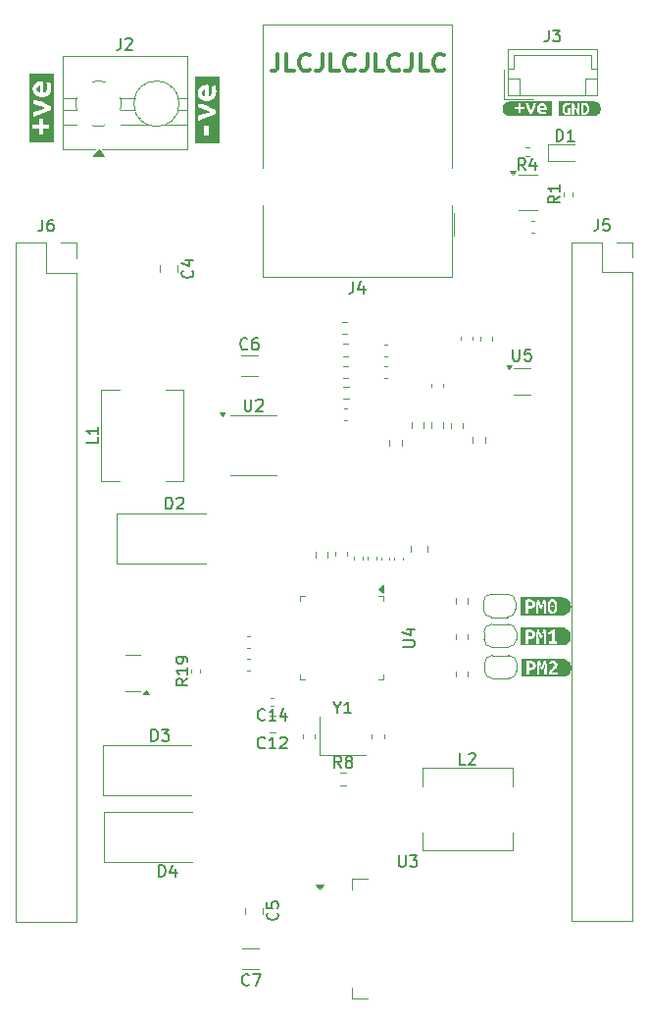
<source format=gbr>
%TF.GenerationSoftware,KiCad,Pcbnew,8.0.8*%
%TF.CreationDate,2025-03-18T13:34:47+03:00*%
%TF.ProjectId,s0-base-board,73302d62-6173-4652-9d62-6f6172642e6b,rev?*%
%TF.SameCoordinates,Original*%
%TF.FileFunction,Legend,Top*%
%TF.FilePolarity,Positive*%
%FSLAX46Y46*%
G04 Gerber Fmt 4.6, Leading zero omitted, Abs format (unit mm)*
G04 Created by KiCad (PCBNEW 8.0.8) date 2025-03-18 13:34:47*
%MOMM*%
%LPD*%
G01*
G04 APERTURE LIST*
%ADD10C,0.300000*%
%ADD11C,0.150000*%
%ADD12C,0.120000*%
%ADD13C,0.000000*%
G04 APERTURE END LIST*
D10*
X181533082Y-44990828D02*
X181533082Y-46062257D01*
X181533082Y-46062257D02*
X181461653Y-46276542D01*
X181461653Y-46276542D02*
X181318796Y-46419400D01*
X181318796Y-46419400D02*
X181104510Y-46490828D01*
X181104510Y-46490828D02*
X180961653Y-46490828D01*
X182961653Y-46490828D02*
X182247367Y-46490828D01*
X182247367Y-46490828D02*
X182247367Y-44990828D01*
X184318796Y-46347971D02*
X184247368Y-46419400D01*
X184247368Y-46419400D02*
X184033082Y-46490828D01*
X184033082Y-46490828D02*
X183890225Y-46490828D01*
X183890225Y-46490828D02*
X183675939Y-46419400D01*
X183675939Y-46419400D02*
X183533082Y-46276542D01*
X183533082Y-46276542D02*
X183461653Y-46133685D01*
X183461653Y-46133685D02*
X183390225Y-45847971D01*
X183390225Y-45847971D02*
X183390225Y-45633685D01*
X183390225Y-45633685D02*
X183461653Y-45347971D01*
X183461653Y-45347971D02*
X183533082Y-45205114D01*
X183533082Y-45205114D02*
X183675939Y-45062257D01*
X183675939Y-45062257D02*
X183890225Y-44990828D01*
X183890225Y-44990828D02*
X184033082Y-44990828D01*
X184033082Y-44990828D02*
X184247368Y-45062257D01*
X184247368Y-45062257D02*
X184318796Y-45133685D01*
X185390225Y-44990828D02*
X185390225Y-46062257D01*
X185390225Y-46062257D02*
X185318796Y-46276542D01*
X185318796Y-46276542D02*
X185175939Y-46419400D01*
X185175939Y-46419400D02*
X184961653Y-46490828D01*
X184961653Y-46490828D02*
X184818796Y-46490828D01*
X186818796Y-46490828D02*
X186104510Y-46490828D01*
X186104510Y-46490828D02*
X186104510Y-44990828D01*
X188175939Y-46347971D02*
X188104511Y-46419400D01*
X188104511Y-46419400D02*
X187890225Y-46490828D01*
X187890225Y-46490828D02*
X187747368Y-46490828D01*
X187747368Y-46490828D02*
X187533082Y-46419400D01*
X187533082Y-46419400D02*
X187390225Y-46276542D01*
X187390225Y-46276542D02*
X187318796Y-46133685D01*
X187318796Y-46133685D02*
X187247368Y-45847971D01*
X187247368Y-45847971D02*
X187247368Y-45633685D01*
X187247368Y-45633685D02*
X187318796Y-45347971D01*
X187318796Y-45347971D02*
X187390225Y-45205114D01*
X187390225Y-45205114D02*
X187533082Y-45062257D01*
X187533082Y-45062257D02*
X187747368Y-44990828D01*
X187747368Y-44990828D02*
X187890225Y-44990828D01*
X187890225Y-44990828D02*
X188104511Y-45062257D01*
X188104511Y-45062257D02*
X188175939Y-45133685D01*
X189247368Y-44990828D02*
X189247368Y-46062257D01*
X189247368Y-46062257D02*
X189175939Y-46276542D01*
X189175939Y-46276542D02*
X189033082Y-46419400D01*
X189033082Y-46419400D02*
X188818796Y-46490828D01*
X188818796Y-46490828D02*
X188675939Y-46490828D01*
X190675939Y-46490828D02*
X189961653Y-46490828D01*
X189961653Y-46490828D02*
X189961653Y-44990828D01*
X192033082Y-46347971D02*
X191961654Y-46419400D01*
X191961654Y-46419400D02*
X191747368Y-46490828D01*
X191747368Y-46490828D02*
X191604511Y-46490828D01*
X191604511Y-46490828D02*
X191390225Y-46419400D01*
X191390225Y-46419400D02*
X191247368Y-46276542D01*
X191247368Y-46276542D02*
X191175939Y-46133685D01*
X191175939Y-46133685D02*
X191104511Y-45847971D01*
X191104511Y-45847971D02*
X191104511Y-45633685D01*
X191104511Y-45633685D02*
X191175939Y-45347971D01*
X191175939Y-45347971D02*
X191247368Y-45205114D01*
X191247368Y-45205114D02*
X191390225Y-45062257D01*
X191390225Y-45062257D02*
X191604511Y-44990828D01*
X191604511Y-44990828D02*
X191747368Y-44990828D01*
X191747368Y-44990828D02*
X191961654Y-45062257D01*
X191961654Y-45062257D02*
X192033082Y-45133685D01*
X193104511Y-44990828D02*
X193104511Y-46062257D01*
X193104511Y-46062257D02*
X193033082Y-46276542D01*
X193033082Y-46276542D02*
X192890225Y-46419400D01*
X192890225Y-46419400D02*
X192675939Y-46490828D01*
X192675939Y-46490828D02*
X192533082Y-46490828D01*
X194533082Y-46490828D02*
X193818796Y-46490828D01*
X193818796Y-46490828D02*
X193818796Y-44990828D01*
X195890225Y-46347971D02*
X195818797Y-46419400D01*
X195818797Y-46419400D02*
X195604511Y-46490828D01*
X195604511Y-46490828D02*
X195461654Y-46490828D01*
X195461654Y-46490828D02*
X195247368Y-46419400D01*
X195247368Y-46419400D02*
X195104511Y-46276542D01*
X195104511Y-46276542D02*
X195033082Y-46133685D01*
X195033082Y-46133685D02*
X194961654Y-45847971D01*
X194961654Y-45847971D02*
X194961654Y-45633685D01*
X194961654Y-45633685D02*
X195033082Y-45347971D01*
X195033082Y-45347971D02*
X195104511Y-45205114D01*
X195104511Y-45205114D02*
X195247368Y-45062257D01*
X195247368Y-45062257D02*
X195461654Y-44990828D01*
X195461654Y-44990828D02*
X195604511Y-44990828D01*
X195604511Y-44990828D02*
X195818797Y-45062257D01*
X195818797Y-45062257D02*
X195890225Y-45133685D01*
D11*
X197733333Y-106304819D02*
X197257143Y-106304819D01*
X197257143Y-106304819D02*
X197257143Y-105304819D01*
X198019048Y-105400057D02*
X198066667Y-105352438D01*
X198066667Y-105352438D02*
X198161905Y-105304819D01*
X198161905Y-105304819D02*
X198400000Y-105304819D01*
X198400000Y-105304819D02*
X198495238Y-105352438D01*
X198495238Y-105352438D02*
X198542857Y-105400057D01*
X198542857Y-105400057D02*
X198590476Y-105495295D01*
X198590476Y-105495295D02*
X198590476Y-105590533D01*
X198590476Y-105590533D02*
X198542857Y-105733390D01*
X198542857Y-105733390D02*
X197971429Y-106304819D01*
X197971429Y-106304819D02*
X198590476Y-106304819D01*
X178908333Y-70409580D02*
X178860714Y-70457200D01*
X178860714Y-70457200D02*
X178717857Y-70504819D01*
X178717857Y-70504819D02*
X178622619Y-70504819D01*
X178622619Y-70504819D02*
X178479762Y-70457200D01*
X178479762Y-70457200D02*
X178384524Y-70361961D01*
X178384524Y-70361961D02*
X178336905Y-70266723D01*
X178336905Y-70266723D02*
X178289286Y-70076247D01*
X178289286Y-70076247D02*
X178289286Y-69933390D01*
X178289286Y-69933390D02*
X178336905Y-69742914D01*
X178336905Y-69742914D02*
X178384524Y-69647676D01*
X178384524Y-69647676D02*
X178479762Y-69552438D01*
X178479762Y-69552438D02*
X178622619Y-69504819D01*
X178622619Y-69504819D02*
X178717857Y-69504819D01*
X178717857Y-69504819D02*
X178860714Y-69552438D01*
X178860714Y-69552438D02*
X178908333Y-69600057D01*
X179765476Y-69504819D02*
X179575000Y-69504819D01*
X179575000Y-69504819D02*
X179479762Y-69552438D01*
X179479762Y-69552438D02*
X179432143Y-69600057D01*
X179432143Y-69600057D02*
X179336905Y-69742914D01*
X179336905Y-69742914D02*
X179289286Y-69933390D01*
X179289286Y-69933390D02*
X179289286Y-70314342D01*
X179289286Y-70314342D02*
X179336905Y-70409580D01*
X179336905Y-70409580D02*
X179384524Y-70457200D01*
X179384524Y-70457200D02*
X179479762Y-70504819D01*
X179479762Y-70504819D02*
X179670238Y-70504819D01*
X179670238Y-70504819D02*
X179765476Y-70457200D01*
X179765476Y-70457200D02*
X179813095Y-70409580D01*
X179813095Y-70409580D02*
X179860714Y-70314342D01*
X179860714Y-70314342D02*
X179860714Y-70076247D01*
X179860714Y-70076247D02*
X179813095Y-69981009D01*
X179813095Y-69981009D02*
X179765476Y-69933390D01*
X179765476Y-69933390D02*
X179670238Y-69885771D01*
X179670238Y-69885771D02*
X179479762Y-69885771D01*
X179479762Y-69885771D02*
X179384524Y-69933390D01*
X179384524Y-69933390D02*
X179336905Y-69981009D01*
X179336905Y-69981009D02*
X179289286Y-70076247D01*
X171861905Y-84254819D02*
X171861905Y-83254819D01*
X171861905Y-83254819D02*
X172100000Y-83254819D01*
X172100000Y-83254819D02*
X172242857Y-83302438D01*
X172242857Y-83302438D02*
X172338095Y-83397676D01*
X172338095Y-83397676D02*
X172385714Y-83492914D01*
X172385714Y-83492914D02*
X172433333Y-83683390D01*
X172433333Y-83683390D02*
X172433333Y-83826247D01*
X172433333Y-83826247D02*
X172385714Y-84016723D01*
X172385714Y-84016723D02*
X172338095Y-84111961D01*
X172338095Y-84111961D02*
X172242857Y-84207200D01*
X172242857Y-84207200D02*
X172100000Y-84254819D01*
X172100000Y-84254819D02*
X171861905Y-84254819D01*
X172814286Y-83350057D02*
X172861905Y-83302438D01*
X172861905Y-83302438D02*
X172957143Y-83254819D01*
X172957143Y-83254819D02*
X173195238Y-83254819D01*
X173195238Y-83254819D02*
X173290476Y-83302438D01*
X173290476Y-83302438D02*
X173338095Y-83350057D01*
X173338095Y-83350057D02*
X173385714Y-83445295D01*
X173385714Y-83445295D02*
X173385714Y-83540533D01*
X173385714Y-83540533D02*
X173338095Y-83683390D01*
X173338095Y-83683390D02*
X172766667Y-84254819D01*
X172766667Y-84254819D02*
X173385714Y-84254819D01*
X209196666Y-59244819D02*
X209196666Y-59959104D01*
X209196666Y-59959104D02*
X209149047Y-60101961D01*
X209149047Y-60101961D02*
X209053809Y-60197200D01*
X209053809Y-60197200D02*
X208910952Y-60244819D01*
X208910952Y-60244819D02*
X208815714Y-60244819D01*
X210149047Y-59244819D02*
X209672857Y-59244819D01*
X209672857Y-59244819D02*
X209625238Y-59721009D01*
X209625238Y-59721009D02*
X209672857Y-59673390D01*
X209672857Y-59673390D02*
X209768095Y-59625771D01*
X209768095Y-59625771D02*
X210006190Y-59625771D01*
X210006190Y-59625771D02*
X210101428Y-59673390D01*
X210101428Y-59673390D02*
X210149047Y-59721009D01*
X210149047Y-59721009D02*
X210196666Y-59816247D01*
X210196666Y-59816247D02*
X210196666Y-60054342D01*
X210196666Y-60054342D02*
X210149047Y-60149580D01*
X210149047Y-60149580D02*
X210101428Y-60197200D01*
X210101428Y-60197200D02*
X210006190Y-60244819D01*
X210006190Y-60244819D02*
X209768095Y-60244819D01*
X209768095Y-60244819D02*
X209672857Y-60197200D01*
X209672857Y-60197200D02*
X209625238Y-60149580D01*
X186673809Y-101378628D02*
X186673809Y-101854819D01*
X186340476Y-100854819D02*
X186673809Y-101378628D01*
X186673809Y-101378628D02*
X187007142Y-100854819D01*
X187864285Y-101854819D02*
X187292857Y-101854819D01*
X187578571Y-101854819D02*
X187578571Y-100854819D01*
X187578571Y-100854819D02*
X187483333Y-100997676D01*
X187483333Y-100997676D02*
X187388095Y-101092914D01*
X187388095Y-101092914D02*
X187292857Y-101140533D01*
X166004819Y-78066666D02*
X166004819Y-78542856D01*
X166004819Y-78542856D02*
X165004819Y-78542856D01*
X166004819Y-77209523D02*
X166004819Y-77780951D01*
X166004819Y-77495237D02*
X165004819Y-77495237D01*
X165004819Y-77495237D02*
X165147676Y-77590475D01*
X165147676Y-77590475D02*
X165242914Y-77685713D01*
X165242914Y-77685713D02*
X165290533Y-77780951D01*
X192329819Y-96136904D02*
X193139342Y-96136904D01*
X193139342Y-96136904D02*
X193234580Y-96089285D01*
X193234580Y-96089285D02*
X193282200Y-96041666D01*
X193282200Y-96041666D02*
X193329819Y-95946428D01*
X193329819Y-95946428D02*
X193329819Y-95755952D01*
X193329819Y-95755952D02*
X193282200Y-95660714D01*
X193282200Y-95660714D02*
X193234580Y-95613095D01*
X193234580Y-95613095D02*
X193139342Y-95565476D01*
X193139342Y-95565476D02*
X192329819Y-95565476D01*
X192663152Y-94660714D02*
X193329819Y-94660714D01*
X192282200Y-94898809D02*
X192996485Y-95136904D01*
X192996485Y-95136904D02*
X192996485Y-94517857D01*
X204916666Y-42954819D02*
X204916666Y-43669104D01*
X204916666Y-43669104D02*
X204869047Y-43811961D01*
X204869047Y-43811961D02*
X204773809Y-43907200D01*
X204773809Y-43907200D02*
X204630952Y-43954819D01*
X204630952Y-43954819D02*
X204535714Y-43954819D01*
X205297619Y-42954819D02*
X205916666Y-42954819D01*
X205916666Y-42954819D02*
X205583333Y-43335771D01*
X205583333Y-43335771D02*
X205726190Y-43335771D01*
X205726190Y-43335771D02*
X205821428Y-43383390D01*
X205821428Y-43383390D02*
X205869047Y-43431009D01*
X205869047Y-43431009D02*
X205916666Y-43526247D01*
X205916666Y-43526247D02*
X205916666Y-43764342D01*
X205916666Y-43764342D02*
X205869047Y-43859580D01*
X205869047Y-43859580D02*
X205821428Y-43907200D01*
X205821428Y-43907200D02*
X205726190Y-43954819D01*
X205726190Y-43954819D02*
X205440476Y-43954819D01*
X205440476Y-43954819D02*
X205345238Y-43907200D01*
X205345238Y-43907200D02*
X205297619Y-43859580D01*
X191988095Y-114104819D02*
X191988095Y-114914342D01*
X191988095Y-114914342D02*
X192035714Y-115009580D01*
X192035714Y-115009580D02*
X192083333Y-115057200D01*
X192083333Y-115057200D02*
X192178571Y-115104819D01*
X192178571Y-115104819D02*
X192369047Y-115104819D01*
X192369047Y-115104819D02*
X192464285Y-115057200D01*
X192464285Y-115057200D02*
X192511904Y-115009580D01*
X192511904Y-115009580D02*
X192559523Y-114914342D01*
X192559523Y-114914342D02*
X192559523Y-114104819D01*
X192940476Y-114104819D02*
X193559523Y-114104819D01*
X193559523Y-114104819D02*
X193226190Y-114485771D01*
X193226190Y-114485771D02*
X193369047Y-114485771D01*
X193369047Y-114485771D02*
X193464285Y-114533390D01*
X193464285Y-114533390D02*
X193511904Y-114581009D01*
X193511904Y-114581009D02*
X193559523Y-114676247D01*
X193559523Y-114676247D02*
X193559523Y-114914342D01*
X193559523Y-114914342D02*
X193511904Y-115009580D01*
X193511904Y-115009580D02*
X193464285Y-115057200D01*
X193464285Y-115057200D02*
X193369047Y-115104819D01*
X193369047Y-115104819D02*
X193083333Y-115104819D01*
X193083333Y-115104819D02*
X192988095Y-115057200D01*
X192988095Y-115057200D02*
X192940476Y-115009580D01*
X180407142Y-104814580D02*
X180359523Y-104862200D01*
X180359523Y-104862200D02*
X180216666Y-104909819D01*
X180216666Y-104909819D02*
X180121428Y-104909819D01*
X180121428Y-104909819D02*
X179978571Y-104862200D01*
X179978571Y-104862200D02*
X179883333Y-104766961D01*
X179883333Y-104766961D02*
X179835714Y-104671723D01*
X179835714Y-104671723D02*
X179788095Y-104481247D01*
X179788095Y-104481247D02*
X179788095Y-104338390D01*
X179788095Y-104338390D02*
X179835714Y-104147914D01*
X179835714Y-104147914D02*
X179883333Y-104052676D01*
X179883333Y-104052676D02*
X179978571Y-103957438D01*
X179978571Y-103957438D02*
X180121428Y-103909819D01*
X180121428Y-103909819D02*
X180216666Y-103909819D01*
X180216666Y-103909819D02*
X180359523Y-103957438D01*
X180359523Y-103957438D02*
X180407142Y-104005057D01*
X181359523Y-104909819D02*
X180788095Y-104909819D01*
X181073809Y-104909819D02*
X181073809Y-103909819D01*
X181073809Y-103909819D02*
X180978571Y-104052676D01*
X180978571Y-104052676D02*
X180883333Y-104147914D01*
X180883333Y-104147914D02*
X180788095Y-104195533D01*
X181740476Y-104005057D02*
X181788095Y-103957438D01*
X181788095Y-103957438D02*
X181883333Y-103909819D01*
X181883333Y-103909819D02*
X182121428Y-103909819D01*
X182121428Y-103909819D02*
X182216666Y-103957438D01*
X182216666Y-103957438D02*
X182264285Y-104005057D01*
X182264285Y-104005057D02*
X182311904Y-104100295D01*
X182311904Y-104100295D02*
X182311904Y-104195533D01*
X182311904Y-104195533D02*
X182264285Y-104338390D01*
X182264285Y-104338390D02*
X181692857Y-104909819D01*
X181692857Y-104909819D02*
X182311904Y-104909819D01*
X202908333Y-55024819D02*
X202575000Y-54548628D01*
X202336905Y-55024819D02*
X202336905Y-54024819D01*
X202336905Y-54024819D02*
X202717857Y-54024819D01*
X202717857Y-54024819D02*
X202813095Y-54072438D01*
X202813095Y-54072438D02*
X202860714Y-54120057D01*
X202860714Y-54120057D02*
X202908333Y-54215295D01*
X202908333Y-54215295D02*
X202908333Y-54358152D01*
X202908333Y-54358152D02*
X202860714Y-54453390D01*
X202860714Y-54453390D02*
X202813095Y-54501009D01*
X202813095Y-54501009D02*
X202717857Y-54548628D01*
X202717857Y-54548628D02*
X202336905Y-54548628D01*
X203765476Y-54358152D02*
X203765476Y-55024819D01*
X203527381Y-53977200D02*
X203289286Y-54691485D01*
X203289286Y-54691485D02*
X203908333Y-54691485D01*
X161196666Y-59294819D02*
X161196666Y-60009104D01*
X161196666Y-60009104D02*
X161149047Y-60151961D01*
X161149047Y-60151961D02*
X161053809Y-60247200D01*
X161053809Y-60247200D02*
X160910952Y-60294819D01*
X160910952Y-60294819D02*
X160815714Y-60294819D01*
X162101428Y-59294819D02*
X161910952Y-59294819D01*
X161910952Y-59294819D02*
X161815714Y-59342438D01*
X161815714Y-59342438D02*
X161768095Y-59390057D01*
X161768095Y-59390057D02*
X161672857Y-59532914D01*
X161672857Y-59532914D02*
X161625238Y-59723390D01*
X161625238Y-59723390D02*
X161625238Y-60104342D01*
X161625238Y-60104342D02*
X161672857Y-60199580D01*
X161672857Y-60199580D02*
X161720476Y-60247200D01*
X161720476Y-60247200D02*
X161815714Y-60294819D01*
X161815714Y-60294819D02*
X162006190Y-60294819D01*
X162006190Y-60294819D02*
X162101428Y-60247200D01*
X162101428Y-60247200D02*
X162149047Y-60199580D01*
X162149047Y-60199580D02*
X162196666Y-60104342D01*
X162196666Y-60104342D02*
X162196666Y-59866247D01*
X162196666Y-59866247D02*
X162149047Y-59771009D01*
X162149047Y-59771009D02*
X162101428Y-59723390D01*
X162101428Y-59723390D02*
X162006190Y-59675771D01*
X162006190Y-59675771D02*
X161815714Y-59675771D01*
X161815714Y-59675771D02*
X161720476Y-59723390D01*
X161720476Y-59723390D02*
X161672857Y-59771009D01*
X161672857Y-59771009D02*
X161625238Y-59866247D01*
X181489580Y-119066666D02*
X181537200Y-119114285D01*
X181537200Y-119114285D02*
X181584819Y-119257142D01*
X181584819Y-119257142D02*
X181584819Y-119352380D01*
X181584819Y-119352380D02*
X181537200Y-119495237D01*
X181537200Y-119495237D02*
X181441961Y-119590475D01*
X181441961Y-119590475D02*
X181346723Y-119638094D01*
X181346723Y-119638094D02*
X181156247Y-119685713D01*
X181156247Y-119685713D02*
X181013390Y-119685713D01*
X181013390Y-119685713D02*
X180822914Y-119638094D01*
X180822914Y-119638094D02*
X180727676Y-119590475D01*
X180727676Y-119590475D02*
X180632438Y-119495237D01*
X180632438Y-119495237D02*
X180584819Y-119352380D01*
X180584819Y-119352380D02*
X180584819Y-119257142D01*
X180584819Y-119257142D02*
X180632438Y-119114285D01*
X180632438Y-119114285D02*
X180680057Y-119066666D01*
X180584819Y-118161904D02*
X180584819Y-118638094D01*
X180584819Y-118638094D02*
X181061009Y-118685713D01*
X181061009Y-118685713D02*
X181013390Y-118638094D01*
X181013390Y-118638094D02*
X180965771Y-118542856D01*
X180965771Y-118542856D02*
X180965771Y-118304761D01*
X180965771Y-118304761D02*
X181013390Y-118209523D01*
X181013390Y-118209523D02*
X181061009Y-118161904D01*
X181061009Y-118161904D02*
X181156247Y-118114285D01*
X181156247Y-118114285D02*
X181394342Y-118114285D01*
X181394342Y-118114285D02*
X181489580Y-118161904D01*
X181489580Y-118161904D02*
X181537200Y-118209523D01*
X181537200Y-118209523D02*
X181584819Y-118304761D01*
X181584819Y-118304761D02*
X181584819Y-118542856D01*
X181584819Y-118542856D02*
X181537200Y-118638094D01*
X181537200Y-118638094D02*
X181489580Y-118685713D01*
X178663095Y-74799819D02*
X178663095Y-75609342D01*
X178663095Y-75609342D02*
X178710714Y-75704580D01*
X178710714Y-75704580D02*
X178758333Y-75752200D01*
X178758333Y-75752200D02*
X178853571Y-75799819D01*
X178853571Y-75799819D02*
X179044047Y-75799819D01*
X179044047Y-75799819D02*
X179139285Y-75752200D01*
X179139285Y-75752200D02*
X179186904Y-75704580D01*
X179186904Y-75704580D02*
X179234523Y-75609342D01*
X179234523Y-75609342D02*
X179234523Y-74799819D01*
X179663095Y-74895057D02*
X179710714Y-74847438D01*
X179710714Y-74847438D02*
X179805952Y-74799819D01*
X179805952Y-74799819D02*
X180044047Y-74799819D01*
X180044047Y-74799819D02*
X180139285Y-74847438D01*
X180139285Y-74847438D02*
X180186904Y-74895057D01*
X180186904Y-74895057D02*
X180234523Y-74990295D01*
X180234523Y-74990295D02*
X180234523Y-75085533D01*
X180234523Y-75085533D02*
X180186904Y-75228390D01*
X180186904Y-75228390D02*
X179615476Y-75799819D01*
X179615476Y-75799819D02*
X180234523Y-75799819D01*
X188041666Y-64654819D02*
X188041666Y-65369104D01*
X188041666Y-65369104D02*
X187994047Y-65511961D01*
X187994047Y-65511961D02*
X187898809Y-65607200D01*
X187898809Y-65607200D02*
X187755952Y-65654819D01*
X187755952Y-65654819D02*
X187660714Y-65654819D01*
X188946428Y-64988152D02*
X188946428Y-65654819D01*
X188708333Y-64607200D02*
X188470238Y-65321485D01*
X188470238Y-65321485D02*
X189089285Y-65321485D01*
X179033333Y-125259580D02*
X178985714Y-125307200D01*
X178985714Y-125307200D02*
X178842857Y-125354819D01*
X178842857Y-125354819D02*
X178747619Y-125354819D01*
X178747619Y-125354819D02*
X178604762Y-125307200D01*
X178604762Y-125307200D02*
X178509524Y-125211961D01*
X178509524Y-125211961D02*
X178461905Y-125116723D01*
X178461905Y-125116723D02*
X178414286Y-124926247D01*
X178414286Y-124926247D02*
X178414286Y-124783390D01*
X178414286Y-124783390D02*
X178461905Y-124592914D01*
X178461905Y-124592914D02*
X178509524Y-124497676D01*
X178509524Y-124497676D02*
X178604762Y-124402438D01*
X178604762Y-124402438D02*
X178747619Y-124354819D01*
X178747619Y-124354819D02*
X178842857Y-124354819D01*
X178842857Y-124354819D02*
X178985714Y-124402438D01*
X178985714Y-124402438D02*
X179033333Y-124450057D01*
X179366667Y-124354819D02*
X180033333Y-124354819D01*
X180033333Y-124354819D02*
X179604762Y-125354819D01*
X171261905Y-115954819D02*
X171261905Y-114954819D01*
X171261905Y-114954819D02*
X171500000Y-114954819D01*
X171500000Y-114954819D02*
X171642857Y-115002438D01*
X171642857Y-115002438D02*
X171738095Y-115097676D01*
X171738095Y-115097676D02*
X171785714Y-115192914D01*
X171785714Y-115192914D02*
X171833333Y-115383390D01*
X171833333Y-115383390D02*
X171833333Y-115526247D01*
X171833333Y-115526247D02*
X171785714Y-115716723D01*
X171785714Y-115716723D02*
X171738095Y-115811961D01*
X171738095Y-115811961D02*
X171642857Y-115907200D01*
X171642857Y-115907200D02*
X171500000Y-115954819D01*
X171500000Y-115954819D02*
X171261905Y-115954819D01*
X172690476Y-115288152D02*
X172690476Y-115954819D01*
X172452381Y-114907200D02*
X172214286Y-115621485D01*
X172214286Y-115621485D02*
X172833333Y-115621485D01*
X180407142Y-102394580D02*
X180359523Y-102442200D01*
X180359523Y-102442200D02*
X180216666Y-102489819D01*
X180216666Y-102489819D02*
X180121428Y-102489819D01*
X180121428Y-102489819D02*
X179978571Y-102442200D01*
X179978571Y-102442200D02*
X179883333Y-102346961D01*
X179883333Y-102346961D02*
X179835714Y-102251723D01*
X179835714Y-102251723D02*
X179788095Y-102061247D01*
X179788095Y-102061247D02*
X179788095Y-101918390D01*
X179788095Y-101918390D02*
X179835714Y-101727914D01*
X179835714Y-101727914D02*
X179883333Y-101632676D01*
X179883333Y-101632676D02*
X179978571Y-101537438D01*
X179978571Y-101537438D02*
X180121428Y-101489819D01*
X180121428Y-101489819D02*
X180216666Y-101489819D01*
X180216666Y-101489819D02*
X180359523Y-101537438D01*
X180359523Y-101537438D02*
X180407142Y-101585057D01*
X181359523Y-102489819D02*
X180788095Y-102489819D01*
X181073809Y-102489819D02*
X181073809Y-101489819D01*
X181073809Y-101489819D02*
X180978571Y-101632676D01*
X180978571Y-101632676D02*
X180883333Y-101727914D01*
X180883333Y-101727914D02*
X180788095Y-101775533D01*
X182216666Y-101823152D02*
X182216666Y-102489819D01*
X181978571Y-101442200D02*
X181740476Y-102156485D01*
X181740476Y-102156485D02*
X182359523Y-102156485D01*
X173734819Y-98882857D02*
X173258628Y-99216190D01*
X173734819Y-99454285D02*
X172734819Y-99454285D01*
X172734819Y-99454285D02*
X172734819Y-99073333D01*
X172734819Y-99073333D02*
X172782438Y-98978095D01*
X172782438Y-98978095D02*
X172830057Y-98930476D01*
X172830057Y-98930476D02*
X172925295Y-98882857D01*
X172925295Y-98882857D02*
X173068152Y-98882857D01*
X173068152Y-98882857D02*
X173163390Y-98930476D01*
X173163390Y-98930476D02*
X173211009Y-98978095D01*
X173211009Y-98978095D02*
X173258628Y-99073333D01*
X173258628Y-99073333D02*
X173258628Y-99454285D01*
X173734819Y-97930476D02*
X173734819Y-98501904D01*
X173734819Y-98216190D02*
X172734819Y-98216190D01*
X172734819Y-98216190D02*
X172877676Y-98311428D01*
X172877676Y-98311428D02*
X172972914Y-98406666D01*
X172972914Y-98406666D02*
X173020533Y-98501904D01*
X173734819Y-97454285D02*
X173734819Y-97263809D01*
X173734819Y-97263809D02*
X173687200Y-97168571D01*
X173687200Y-97168571D02*
X173639580Y-97120952D01*
X173639580Y-97120952D02*
X173496723Y-97025714D01*
X173496723Y-97025714D02*
X173306247Y-96978095D01*
X173306247Y-96978095D02*
X172925295Y-96978095D01*
X172925295Y-96978095D02*
X172830057Y-97025714D01*
X172830057Y-97025714D02*
X172782438Y-97073333D01*
X172782438Y-97073333D02*
X172734819Y-97168571D01*
X172734819Y-97168571D02*
X172734819Y-97359047D01*
X172734819Y-97359047D02*
X172782438Y-97454285D01*
X172782438Y-97454285D02*
X172830057Y-97501904D01*
X172830057Y-97501904D02*
X172925295Y-97549523D01*
X172925295Y-97549523D02*
X173163390Y-97549523D01*
X173163390Y-97549523D02*
X173258628Y-97501904D01*
X173258628Y-97501904D02*
X173306247Y-97454285D01*
X173306247Y-97454285D02*
X173353866Y-97359047D01*
X173353866Y-97359047D02*
X173353866Y-97168571D01*
X173353866Y-97168571D02*
X173306247Y-97073333D01*
X173306247Y-97073333D02*
X173258628Y-97025714D01*
X173258628Y-97025714D02*
X173163390Y-96978095D01*
X170611905Y-104254819D02*
X170611905Y-103254819D01*
X170611905Y-103254819D02*
X170850000Y-103254819D01*
X170850000Y-103254819D02*
X170992857Y-103302438D01*
X170992857Y-103302438D02*
X171088095Y-103397676D01*
X171088095Y-103397676D02*
X171135714Y-103492914D01*
X171135714Y-103492914D02*
X171183333Y-103683390D01*
X171183333Y-103683390D02*
X171183333Y-103826247D01*
X171183333Y-103826247D02*
X171135714Y-104016723D01*
X171135714Y-104016723D02*
X171088095Y-104111961D01*
X171088095Y-104111961D02*
X170992857Y-104207200D01*
X170992857Y-104207200D02*
X170850000Y-104254819D01*
X170850000Y-104254819D02*
X170611905Y-104254819D01*
X171516667Y-103254819D02*
X172135714Y-103254819D01*
X172135714Y-103254819D02*
X171802381Y-103635771D01*
X171802381Y-103635771D02*
X171945238Y-103635771D01*
X171945238Y-103635771D02*
X172040476Y-103683390D01*
X172040476Y-103683390D02*
X172088095Y-103731009D01*
X172088095Y-103731009D02*
X172135714Y-103826247D01*
X172135714Y-103826247D02*
X172135714Y-104064342D01*
X172135714Y-104064342D02*
X172088095Y-104159580D01*
X172088095Y-104159580D02*
X172040476Y-104207200D01*
X172040476Y-104207200D02*
X171945238Y-104254819D01*
X171945238Y-104254819D02*
X171659524Y-104254819D01*
X171659524Y-104254819D02*
X171564286Y-104207200D01*
X171564286Y-104207200D02*
X171516667Y-104159580D01*
X201838095Y-70479819D02*
X201838095Y-71289342D01*
X201838095Y-71289342D02*
X201885714Y-71384580D01*
X201885714Y-71384580D02*
X201933333Y-71432200D01*
X201933333Y-71432200D02*
X202028571Y-71479819D01*
X202028571Y-71479819D02*
X202219047Y-71479819D01*
X202219047Y-71479819D02*
X202314285Y-71432200D01*
X202314285Y-71432200D02*
X202361904Y-71384580D01*
X202361904Y-71384580D02*
X202409523Y-71289342D01*
X202409523Y-71289342D02*
X202409523Y-70479819D01*
X203361904Y-70479819D02*
X202885714Y-70479819D01*
X202885714Y-70479819D02*
X202838095Y-70956009D01*
X202838095Y-70956009D02*
X202885714Y-70908390D01*
X202885714Y-70908390D02*
X202980952Y-70860771D01*
X202980952Y-70860771D02*
X203219047Y-70860771D01*
X203219047Y-70860771D02*
X203314285Y-70908390D01*
X203314285Y-70908390D02*
X203361904Y-70956009D01*
X203361904Y-70956009D02*
X203409523Y-71051247D01*
X203409523Y-71051247D02*
X203409523Y-71289342D01*
X203409523Y-71289342D02*
X203361904Y-71384580D01*
X203361904Y-71384580D02*
X203314285Y-71432200D01*
X203314285Y-71432200D02*
X203219047Y-71479819D01*
X203219047Y-71479819D02*
X202980952Y-71479819D01*
X202980952Y-71479819D02*
X202885714Y-71432200D01*
X202885714Y-71432200D02*
X202838095Y-71384580D01*
X167966666Y-43634819D02*
X167966666Y-44349104D01*
X167966666Y-44349104D02*
X167919047Y-44491961D01*
X167919047Y-44491961D02*
X167823809Y-44587200D01*
X167823809Y-44587200D02*
X167680952Y-44634819D01*
X167680952Y-44634819D02*
X167585714Y-44634819D01*
X168395238Y-43730057D02*
X168442857Y-43682438D01*
X168442857Y-43682438D02*
X168538095Y-43634819D01*
X168538095Y-43634819D02*
X168776190Y-43634819D01*
X168776190Y-43634819D02*
X168871428Y-43682438D01*
X168871428Y-43682438D02*
X168919047Y-43730057D01*
X168919047Y-43730057D02*
X168966666Y-43825295D01*
X168966666Y-43825295D02*
X168966666Y-43920533D01*
X168966666Y-43920533D02*
X168919047Y-44063390D01*
X168919047Y-44063390D02*
X168347619Y-44634819D01*
X168347619Y-44634819D02*
X168966666Y-44634819D01*
X205599405Y-52524819D02*
X205599405Y-51524819D01*
X205599405Y-51524819D02*
X205837500Y-51524819D01*
X205837500Y-51524819D02*
X205980357Y-51572438D01*
X205980357Y-51572438D02*
X206075595Y-51667676D01*
X206075595Y-51667676D02*
X206123214Y-51762914D01*
X206123214Y-51762914D02*
X206170833Y-51953390D01*
X206170833Y-51953390D02*
X206170833Y-52096247D01*
X206170833Y-52096247D02*
X206123214Y-52286723D01*
X206123214Y-52286723D02*
X206075595Y-52381961D01*
X206075595Y-52381961D02*
X205980357Y-52477200D01*
X205980357Y-52477200D02*
X205837500Y-52524819D01*
X205837500Y-52524819D02*
X205599405Y-52524819D01*
X207123214Y-52524819D02*
X206551786Y-52524819D01*
X206837500Y-52524819D02*
X206837500Y-51524819D01*
X206837500Y-51524819D02*
X206742262Y-51667676D01*
X206742262Y-51667676D02*
X206647024Y-51762914D01*
X206647024Y-51762914D02*
X206551786Y-51810533D01*
X205859819Y-57266666D02*
X205383628Y-57599999D01*
X205859819Y-57838094D02*
X204859819Y-57838094D01*
X204859819Y-57838094D02*
X204859819Y-57457142D01*
X204859819Y-57457142D02*
X204907438Y-57361904D01*
X204907438Y-57361904D02*
X204955057Y-57314285D01*
X204955057Y-57314285D02*
X205050295Y-57266666D01*
X205050295Y-57266666D02*
X205193152Y-57266666D01*
X205193152Y-57266666D02*
X205288390Y-57314285D01*
X205288390Y-57314285D02*
X205336009Y-57361904D01*
X205336009Y-57361904D02*
X205383628Y-57457142D01*
X205383628Y-57457142D02*
X205383628Y-57838094D01*
X205859819Y-56314285D02*
X205859819Y-56885713D01*
X205859819Y-56599999D02*
X204859819Y-56599999D01*
X204859819Y-56599999D02*
X205002676Y-56695237D01*
X205002676Y-56695237D02*
X205097914Y-56790475D01*
X205097914Y-56790475D02*
X205145533Y-56885713D01*
X174139580Y-63684166D02*
X174187200Y-63731785D01*
X174187200Y-63731785D02*
X174234819Y-63874642D01*
X174234819Y-63874642D02*
X174234819Y-63969880D01*
X174234819Y-63969880D02*
X174187200Y-64112737D01*
X174187200Y-64112737D02*
X174091961Y-64207975D01*
X174091961Y-64207975D02*
X173996723Y-64255594D01*
X173996723Y-64255594D02*
X173806247Y-64303213D01*
X173806247Y-64303213D02*
X173663390Y-64303213D01*
X173663390Y-64303213D02*
X173472914Y-64255594D01*
X173472914Y-64255594D02*
X173377676Y-64207975D01*
X173377676Y-64207975D02*
X173282438Y-64112737D01*
X173282438Y-64112737D02*
X173234819Y-63969880D01*
X173234819Y-63969880D02*
X173234819Y-63874642D01*
X173234819Y-63874642D02*
X173282438Y-63731785D01*
X173282438Y-63731785D02*
X173330057Y-63684166D01*
X173568152Y-62827023D02*
X174234819Y-62827023D01*
X173187200Y-63065118D02*
X173901485Y-63303213D01*
X173901485Y-63303213D02*
X173901485Y-62684166D01*
X187008333Y-106574819D02*
X186675000Y-106098628D01*
X186436905Y-106574819D02*
X186436905Y-105574819D01*
X186436905Y-105574819D02*
X186817857Y-105574819D01*
X186817857Y-105574819D02*
X186913095Y-105622438D01*
X186913095Y-105622438D02*
X186960714Y-105670057D01*
X186960714Y-105670057D02*
X187008333Y-105765295D01*
X187008333Y-105765295D02*
X187008333Y-105908152D01*
X187008333Y-105908152D02*
X186960714Y-106003390D01*
X186960714Y-106003390D02*
X186913095Y-106051009D01*
X186913095Y-106051009D02*
X186817857Y-106098628D01*
X186817857Y-106098628D02*
X186436905Y-106098628D01*
X187579762Y-106003390D02*
X187484524Y-105955771D01*
X187484524Y-105955771D02*
X187436905Y-105908152D01*
X187436905Y-105908152D02*
X187389286Y-105812914D01*
X187389286Y-105812914D02*
X187389286Y-105765295D01*
X187389286Y-105765295D02*
X187436905Y-105670057D01*
X187436905Y-105670057D02*
X187484524Y-105622438D01*
X187484524Y-105622438D02*
X187579762Y-105574819D01*
X187579762Y-105574819D02*
X187770238Y-105574819D01*
X187770238Y-105574819D02*
X187865476Y-105622438D01*
X187865476Y-105622438D02*
X187913095Y-105670057D01*
X187913095Y-105670057D02*
X187960714Y-105765295D01*
X187960714Y-105765295D02*
X187960714Y-105812914D01*
X187960714Y-105812914D02*
X187913095Y-105908152D01*
X187913095Y-105908152D02*
X187865476Y-105955771D01*
X187865476Y-105955771D02*
X187770238Y-106003390D01*
X187770238Y-106003390D02*
X187579762Y-106003390D01*
X187579762Y-106003390D02*
X187484524Y-106051009D01*
X187484524Y-106051009D02*
X187436905Y-106098628D01*
X187436905Y-106098628D02*
X187389286Y-106193866D01*
X187389286Y-106193866D02*
X187389286Y-106384342D01*
X187389286Y-106384342D02*
X187436905Y-106479580D01*
X187436905Y-106479580D02*
X187484524Y-106527200D01*
X187484524Y-106527200D02*
X187579762Y-106574819D01*
X187579762Y-106574819D02*
X187770238Y-106574819D01*
X187770238Y-106574819D02*
X187865476Y-106527200D01*
X187865476Y-106527200D02*
X187913095Y-106479580D01*
X187913095Y-106479580D02*
X187960714Y-106384342D01*
X187960714Y-106384342D02*
X187960714Y-106193866D01*
X187960714Y-106193866D02*
X187913095Y-106098628D01*
X187913095Y-106098628D02*
X187865476Y-106051009D01*
X187865476Y-106051009D02*
X187770238Y-106003390D01*
D12*
%TO.C,L2*%
X193990000Y-106590000D02*
X193990000Y-108140000D01*
X193990000Y-106590000D02*
X201810000Y-106590000D01*
X193990000Y-113710000D02*
X193990000Y-112160000D01*
X193990000Y-113710000D02*
X201810000Y-113710000D01*
X201810000Y-106590000D02*
X201810000Y-108140000D01*
X201810000Y-113710000D02*
X201810000Y-112160000D01*
D13*
%TO.C,kibuzzard-67D30CF0*%
G36*
X203376204Y-94861551D02*
G01*
X203442843Y-94894265D01*
X203485735Y-94953150D01*
X203500032Y-95042569D01*
X203485493Y-95136834D01*
X203441874Y-95198627D01*
X203369661Y-95232795D01*
X203269338Y-95244184D01*
X203172407Y-95244184D01*
X203172407Y-94856462D01*
X203231535Y-94851616D01*
X203290662Y-94850646D01*
X203376204Y-94861551D01*
G37*
G36*
X206211478Y-94496427D02*
G01*
X206355613Y-94540150D01*
X206488448Y-94611152D01*
X206604879Y-94706704D01*
X206700431Y-94823135D01*
X206771433Y-94955971D01*
X206815156Y-95100105D01*
X206829919Y-95250000D01*
X206815156Y-95399895D01*
X206771433Y-95544029D01*
X206700431Y-95676865D01*
X206604879Y-95793296D01*
X206488448Y-95888848D01*
X206355613Y-95959850D01*
X206211478Y-96003573D01*
X206061583Y-96018336D01*
X205657706Y-96018336D01*
X204723296Y-96018336D01*
X203172407Y-96018336D01*
X202933958Y-96018336D01*
X202530081Y-96018336D01*
X202530081Y-94672294D01*
X202933958Y-94672294D01*
X202933958Y-95856785D01*
X203172407Y-95856785D01*
X203843166Y-95856785D01*
X204062229Y-95856785D01*
X204052536Y-94924313D01*
X204194055Y-95432229D01*
X204368530Y-95432229D01*
X204515864Y-94924313D01*
X204504233Y-95856785D01*
X204723296Y-95856785D01*
X204718934Y-95703393D01*
X204713603Y-95553393D01*
X204707060Y-95405574D01*
X204699063Y-95258724D01*
X204689370Y-95111632D01*
X204677738Y-94963086D01*
X204672963Y-94906866D01*
X204860937Y-94906866D01*
X204938481Y-95104604D01*
X205056737Y-95057108D01*
X205180808Y-94988288D01*
X205180808Y-95659047D01*
X204928788Y-95659047D01*
X204928788Y-95856785D01*
X205657706Y-95856785D01*
X205657706Y-95659047D01*
X205419257Y-95659047D01*
X205419257Y-94656785D01*
X205256414Y-94656785D01*
X205173053Y-94732391D01*
X205070307Y-94802181D01*
X204961745Y-94862278D01*
X204860937Y-94906866D01*
X204672963Y-94906866D01*
X204664895Y-94811874D01*
X204651567Y-94656785D01*
X204453829Y-94656785D01*
X204418934Y-94759532D01*
X204376284Y-94892326D01*
X204327819Y-95039661D01*
X204279354Y-95187964D01*
X204234766Y-95048384D01*
X204188239Y-94899111D01*
X204144620Y-94761470D01*
X204110695Y-94656785D01*
X203912956Y-94656785D01*
X203900113Y-94788126D01*
X203888724Y-94930129D01*
X203878788Y-95079887D01*
X203870307Y-95234491D01*
X203862795Y-95392003D01*
X203855767Y-95550485D01*
X203849225Y-95706543D01*
X203843166Y-95856785D01*
X203172407Y-95856785D01*
X203172407Y-95451616D01*
X203257706Y-95451616D01*
X203401055Y-95440953D01*
X203520926Y-95408966D01*
X203617318Y-95355654D01*
X203687862Y-95278433D01*
X203730188Y-95174717D01*
X203744297Y-95044507D01*
X203730296Y-94915590D01*
X203688293Y-94813166D01*
X203618288Y-94737237D01*
X203522865Y-94685003D01*
X203404610Y-94653662D01*
X203263522Y-94643215D01*
X203187916Y-94645153D01*
X203100679Y-94650000D01*
X203012472Y-94658724D01*
X202933958Y-94672294D01*
X202530081Y-94672294D01*
X202530081Y-94481664D01*
X202933958Y-94481664D01*
X205657706Y-94481664D01*
X206061583Y-94481664D01*
X206211478Y-94496427D01*
G37*
D12*
%TO.C,C6*%
X178363748Y-70990000D02*
X179786252Y-70990000D01*
X178363748Y-72810000D02*
X179786252Y-72810000D01*
%TO.C,D2*%
X167640000Y-84650000D02*
X167640000Y-88950000D01*
X167640000Y-84650000D02*
X175300000Y-84650000D01*
X167640000Y-88950000D02*
X175300000Y-88950000D01*
%TO.C,J5*%
X206930000Y-61230000D02*
X206930000Y-119770000D01*
X206930000Y-61230000D02*
X209530000Y-61230000D01*
X206930000Y-119770000D02*
X212130000Y-119770000D01*
X209530000Y-61230000D02*
X209530000Y-63830000D01*
X209530000Y-63830000D02*
X212130000Y-63830000D01*
X210800000Y-61230000D02*
X212130000Y-61230000D01*
X212130000Y-61230000D02*
X212130000Y-62560000D01*
X212130000Y-63830000D02*
X212130000Y-119770000D01*
%TO.C,Y1*%
X185150000Y-102200000D02*
X185150000Y-105500000D01*
X185150000Y-105500000D02*
X189150000Y-105500000D01*
%TO.C,L1*%
X166290000Y-73990000D02*
X167840000Y-73990000D01*
X166290000Y-81810000D02*
X166290000Y-73990000D01*
X166290000Y-81810000D02*
X167840000Y-81810000D01*
X173410000Y-73990000D02*
X171860000Y-73990000D01*
X173410000Y-81810000D02*
X171860000Y-81810000D01*
X173410000Y-81810000D02*
X173410000Y-73990000D01*
%TO.C,U4*%
X183415000Y-91765000D02*
X183865000Y-91765000D01*
X183415000Y-92215000D02*
X183415000Y-91765000D01*
X183415000Y-98535000D02*
X183415000Y-98985000D01*
X183415000Y-98985000D02*
X183865000Y-98985000D01*
X190635000Y-91765000D02*
X190185000Y-91765000D01*
X190635000Y-92215000D02*
X190635000Y-91765000D01*
X190635000Y-98535000D02*
X190635000Y-98985000D01*
X190635000Y-98985000D02*
X190185000Y-98985000D01*
X190655000Y-91515000D02*
X190185000Y-91175000D01*
X190655000Y-90835000D01*
X190655000Y-91515000D01*
G36*
X190655000Y-91515000D02*
G01*
X190185000Y-91175000D01*
X190655000Y-90835000D01*
X190655000Y-91515000D01*
G37*
%TO.C,R12*%
X187612258Y-71927500D02*
X187137742Y-71927500D01*
X187612258Y-72972500D02*
X187137742Y-72972500D01*
%TO.C,R15*%
X187612258Y-70027500D02*
X187137742Y-70027500D01*
X187612258Y-71072500D02*
X187137742Y-71072500D01*
%TO.C,J3*%
X201090000Y-46410000D02*
X201090000Y-48910000D01*
X201090000Y-48910000D02*
X203590000Y-48910000D01*
X201390000Y-44590000D02*
X201390000Y-48610000D01*
X201390000Y-46300000D02*
X201890000Y-46300000D01*
X201390000Y-47110000D02*
X202390000Y-47110000D01*
X201390000Y-48610000D02*
X209110000Y-48610000D01*
X201890000Y-45090000D02*
X208610000Y-45090000D01*
X201890000Y-46300000D02*
X201890000Y-45090000D01*
X202390000Y-47110000D02*
X202390000Y-48610000D01*
X208110000Y-47110000D02*
X208110000Y-48610000D01*
X208610000Y-45090000D02*
X208610000Y-46300000D01*
X208610000Y-46300000D02*
X209110000Y-46300000D01*
X209110000Y-44590000D02*
X201390000Y-44590000D01*
X209110000Y-47110000D02*
X208110000Y-47110000D01*
X209110000Y-48610000D02*
X209110000Y-44590000D01*
%TO.C,C11*%
X189665000Y-103990580D02*
X189665000Y-103709420D01*
X190685000Y-103990580D02*
X190685000Y-103709420D01*
%TO.C,R9*%
X184802500Y-87937742D02*
X184802500Y-88412258D01*
X185847500Y-87937742D02*
X185847500Y-88412258D01*
%TO.C,U1*%
X203137500Y-55390000D02*
X202337500Y-55390000D01*
X203137500Y-55390000D02*
X203937500Y-55390000D01*
X203137500Y-58510000D02*
X202337500Y-58510000D01*
X203137500Y-58510000D02*
X203937500Y-58510000D01*
X201837500Y-55440000D02*
X201597500Y-55110000D01*
X202077500Y-55110000D01*
X201837500Y-55440000D01*
G36*
X201837500Y-55440000D02*
G01*
X201597500Y-55110000D01*
X202077500Y-55110000D01*
X201837500Y-55440000D01*
G37*
D13*
%TO.C,kibuzzard-67D30BB5*%
G36*
X175266220Y-48667754D02*
G01*
X175146672Y-48640291D01*
X175043279Y-48582132D01*
X174972197Y-48488433D01*
X174946349Y-48354346D01*
X174973813Y-48218643D01*
X175046511Y-48128174D01*
X175148288Y-48076478D01*
X175266220Y-48060323D01*
X175266220Y-48667754D01*
G37*
G36*
X176475697Y-50166947D02*
G01*
X176475697Y-51158869D01*
X176475697Y-52044168D01*
X176475697Y-52717297D01*
X174344303Y-52717297D01*
X174344303Y-52044168D01*
X174344303Y-51158869D01*
X175146672Y-51158869D01*
X175146672Y-52044168D01*
X175537625Y-52044168D01*
X175537625Y-51158869D01*
X175146672Y-51158869D01*
X174344303Y-51158869D01*
X174344303Y-49223489D01*
X174652326Y-49223489D01*
X174652326Y-49627367D01*
X174779144Y-49660889D01*
X174914039Y-49703296D01*
X175053376Y-49750953D01*
X175193522Y-49800226D01*
X175332052Y-49850711D01*
X175466543Y-49902003D01*
X175708869Y-49995703D01*
X175466543Y-50084556D01*
X175332052Y-50131002D01*
X175193522Y-50176640D01*
X175053376Y-50220662D01*
X174914039Y-50262262D01*
X174779144Y-50299822D01*
X174652326Y-50331729D01*
X174652326Y-50748530D01*
X174877185Y-50679770D01*
X175092956Y-50609192D01*
X175299641Y-50536797D01*
X175497237Y-50462585D01*
X175743692Y-50362962D01*
X175968248Y-50264416D01*
X176170905Y-50166947D01*
X176170905Y-49834152D01*
X175968248Y-49735067D01*
X175743692Y-49631675D01*
X175497237Y-49523974D01*
X175299641Y-49443401D01*
X175092956Y-49366462D01*
X174877185Y-49293158D01*
X174652326Y-49223489D01*
X174344303Y-49223489D01*
X174344303Y-48360808D01*
X174613554Y-48360808D01*
X174626478Y-48494895D01*
X174665250Y-48625751D01*
X174729467Y-48747722D01*
X174818724Y-48855153D01*
X174933021Y-48945622D01*
X175072359Y-49016704D01*
X175236333Y-49062746D01*
X175424540Y-49078094D01*
X175606284Y-49063554D01*
X175763796Y-49019935D01*
X175897480Y-48949257D01*
X176007738Y-48853538D01*
X176094168Y-48733990D01*
X176156365Y-48591826D01*
X176193926Y-48428255D01*
X176206446Y-48244491D01*
X176182213Y-47982779D01*
X176122439Y-47763069D01*
X175783183Y-47817997D01*
X175834879Y-48000549D01*
X175860727Y-48228336D01*
X175839321Y-48404426D01*
X175775105Y-48544976D01*
X175673732Y-48637060D01*
X175540856Y-48667754D01*
X175540856Y-47682294D01*
X175473005Y-47677447D01*
X175392229Y-47675832D01*
X175158340Y-47695218D01*
X174965017Y-47753376D01*
X174812262Y-47850307D01*
X174701869Y-47984574D01*
X174635633Y-48154741D01*
X174613554Y-48360808D01*
X174344303Y-48360808D01*
X174344303Y-47675832D01*
X174344303Y-47002703D01*
X176475697Y-47002703D01*
X176475697Y-47675832D01*
X176475697Y-48244491D01*
X176475697Y-50166947D01*
G37*
D12*
%TO.C,C15*%
X179165580Y-97165000D02*
X178884420Y-97165000D01*
X179165580Y-98185000D02*
X178884420Y-98185000D01*
%TO.C,C1*%
X203715580Y-59390000D02*
X203434420Y-59390000D01*
X203715580Y-60410000D02*
X203434420Y-60410000D01*
%TO.C,C10*%
X189290000Y-88612836D02*
X189290000Y-88397164D01*
X190010000Y-88612836D02*
X190010000Y-88397164D01*
%TO.C,JP3*%
X199375000Y-98175000D02*
X199375000Y-97575000D01*
X200075000Y-96875000D02*
X201475000Y-96875000D01*
X201475000Y-98875000D02*
X200075000Y-98875000D01*
X202175000Y-97575000D02*
X202175000Y-98175000D01*
X199375000Y-97575000D02*
G75*
G02*
X200075000Y-96875000I700000J0D01*
G01*
X200075000Y-98875000D02*
G75*
G02*
X199375000Y-98175000I0J700000D01*
G01*
X201475000Y-96875000D02*
G75*
G02*
X202175000Y-97575000I1J-699999D01*
G01*
X202175000Y-98175000D02*
G75*
G02*
X201475000Y-98875000I-699999J-1D01*
G01*
%TO.C,U3*%
X187925000Y-116100000D02*
X187925000Y-117050000D01*
X187925000Y-126500000D02*
X187925000Y-125550000D01*
X189290000Y-116100000D02*
X187925000Y-116100000D01*
X189290000Y-126500000D02*
X187925000Y-126500000D01*
X185100000Y-117090000D02*
X184760000Y-116620000D01*
X185440000Y-116620000D01*
X185100000Y-117090000D01*
G36*
X185100000Y-117090000D02*
G01*
X184760000Y-116620000D01*
X185440000Y-116620000D01*
X185100000Y-117090000D01*
G37*
%TO.C,R6*%
X196902500Y-95512258D02*
X196902500Y-95037742D01*
X197947500Y-95512258D02*
X197947500Y-95037742D01*
%TO.C,R14*%
X191177500Y-78287742D02*
X191177500Y-78762258D01*
X192222500Y-78287742D02*
X192222500Y-78762258D01*
%TO.C,C12*%
X181311252Y-102040000D02*
X180788748Y-102040000D01*
X181311252Y-103510000D02*
X180788748Y-103510000D01*
%TO.C,R18*%
X194777500Y-77262258D02*
X194777500Y-76787742D01*
X195822500Y-77262258D02*
X195822500Y-76787742D01*
%TO.C,L3*%
X186490000Y-87937221D02*
X186490000Y-88262779D01*
X187510000Y-87937221D02*
X187510000Y-88262779D01*
%TO.C,R10*%
X187637258Y-73727500D02*
X187162742Y-73727500D01*
X187637258Y-74772500D02*
X187162742Y-74772500D01*
%TO.C,R4*%
X203228641Y-53020000D02*
X202921359Y-53020000D01*
X203228641Y-53780000D02*
X202921359Y-53780000D01*
%TO.C,R17*%
X196477500Y-77287258D02*
X196477500Y-76812742D01*
X197522500Y-77287258D02*
X197522500Y-76812742D01*
%TO.C,C20*%
X194790000Y-73434420D02*
X194790000Y-73715580D01*
X195810000Y-73434420D02*
X195810000Y-73715580D01*
%TO.C,C3*%
X197290000Y-69690580D02*
X197290000Y-69409420D01*
X198310000Y-69690580D02*
X198310000Y-69409420D01*
D13*
%TO.C,kibuzzard-67D30CFC*%
G36*
X203439903Y-97558336D02*
G01*
X203506543Y-97591050D01*
X203549435Y-97649935D01*
X203563732Y-97739354D01*
X203549192Y-97833619D01*
X203505574Y-97895412D01*
X203433360Y-97929580D01*
X203333037Y-97940969D01*
X203236107Y-97940969D01*
X203236107Y-97553247D01*
X203295234Y-97548401D01*
X203354362Y-97547431D01*
X203439903Y-97558336D01*
G37*
G36*
X206282317Y-97179773D02*
G01*
X206427725Y-97223881D01*
X206561733Y-97295510D01*
X206679192Y-97391907D01*
X206775588Y-97509366D01*
X206847217Y-97643374D01*
X206891326Y-97788781D01*
X206906220Y-97940000D01*
X206891326Y-98091219D01*
X206847217Y-98236626D01*
X206775588Y-98370634D01*
X206679192Y-98488093D01*
X206561733Y-98584490D01*
X206427725Y-98656119D01*
X206282317Y-98700227D01*
X206131099Y-98715121D01*
X205727221Y-98715121D01*
X204786995Y-98715121D01*
X203236107Y-98715121D01*
X202997658Y-98715121D01*
X202593780Y-98715121D01*
X202593780Y-97369079D01*
X202997658Y-97369079D01*
X202997658Y-98553570D01*
X203236107Y-98553570D01*
X203906866Y-98553570D01*
X204125929Y-98553570D01*
X204116236Y-97621099D01*
X204257754Y-98129015D01*
X204432229Y-98129015D01*
X204579564Y-97621099D01*
X204567932Y-98553570D01*
X204786995Y-98553570D01*
X204782633Y-98400178D01*
X204777302Y-98250178D01*
X204770759Y-98102359D01*
X204762763Y-97955509D01*
X204753069Y-97808417D01*
X204741438Y-97659871D01*
X204728595Y-97508659D01*
X204726596Y-97485396D01*
X204914943Y-97485396D01*
X205033199Y-97652116D01*
X205155331Y-97561002D01*
X205273586Y-97533861D01*
X205386026Y-97573603D01*
X205430614Y-97687011D01*
X205394750Y-97789758D01*
X205303635Y-97894443D01*
X205246446Y-97949935D01*
X205185380Y-98007851D01*
X205124313Y-98069402D01*
X205067124Y-98135800D01*
X205016721Y-98207771D01*
X204976010Y-98286042D01*
X204949111Y-98371341D01*
X204940145Y-98464394D01*
X204939176Y-98505105D01*
X204944023Y-98553570D01*
X205727221Y-98553570D01*
X205727221Y-98355832D01*
X205211551Y-98355832D01*
X205231906Y-98291858D01*
X205281341Y-98223037D01*
X205343376Y-98157124D01*
X205401535Y-98101874D01*
X205500404Y-98004943D01*
X205587641Y-97900258D01*
X205649677Y-97788788D01*
X205672940Y-97669564D01*
X205641922Y-97519321D01*
X205558562Y-97411729D01*
X205438368Y-97347754D01*
X205296850Y-97326430D01*
X205195800Y-97336123D01*
X205094265Y-97365202D01*
X204998546Y-97414637D01*
X204914943Y-97485396D01*
X204726596Y-97485396D01*
X204715267Y-97353570D01*
X204517528Y-97353570D01*
X204482633Y-97456317D01*
X204439984Y-97589111D01*
X204391519Y-97736446D01*
X204343053Y-97884750D01*
X204298465Y-97745170D01*
X204251939Y-97595897D01*
X204208320Y-97458255D01*
X204174394Y-97353570D01*
X203976656Y-97353570D01*
X203963813Y-97484911D01*
X203952423Y-97626914D01*
X203942488Y-97776672D01*
X203934006Y-97931276D01*
X203926494Y-98088788D01*
X203919467Y-98247270D01*
X203912924Y-98403328D01*
X203906866Y-98553570D01*
X203236107Y-98553570D01*
X203236107Y-98148401D01*
X203321405Y-98148401D01*
X203464755Y-98137738D01*
X203584626Y-98105751D01*
X203681018Y-98052439D01*
X203751562Y-97975218D01*
X203793888Y-97871502D01*
X203807997Y-97741292D01*
X203793996Y-97612375D01*
X203751992Y-97509952D01*
X203681987Y-97434023D01*
X203586564Y-97381788D01*
X203468309Y-97350447D01*
X203327221Y-97340000D01*
X203251616Y-97341939D01*
X203164378Y-97346785D01*
X203076171Y-97355509D01*
X202997658Y-97369079D01*
X202593780Y-97369079D01*
X202593780Y-97164879D01*
X202997658Y-97164879D01*
X205727221Y-97164879D01*
X206131099Y-97164879D01*
X206282317Y-97179773D01*
G37*
%TO.C,kibuzzard-67D30BA5*%
G36*
X161024297Y-48339822D02*
G01*
X160904750Y-48312359D01*
X160801357Y-48254200D01*
X160730275Y-48160501D01*
X160704426Y-48026414D01*
X160731890Y-47890711D01*
X160804588Y-47800242D01*
X160906365Y-47748546D01*
X161024297Y-47732391D01*
X161024297Y-48339822D01*
G37*
G36*
X162233775Y-49839015D02*
G01*
X162233775Y-51102342D01*
X162233775Y-51952100D01*
X162233775Y-52625229D01*
X160086225Y-52625229D01*
X160086225Y-51952100D01*
X160086225Y-51102342D01*
X160355477Y-51102342D01*
X160355477Y-51444830D01*
X160917674Y-51444830D01*
X160917674Y-51952100D01*
X161244006Y-51952100D01*
X161244006Y-51444830D01*
X161806204Y-51444830D01*
X161806204Y-51102342D01*
X161244006Y-51102342D01*
X161244006Y-50595073D01*
X160917674Y-50595073D01*
X160917674Y-51102342D01*
X160355477Y-51102342D01*
X160086225Y-51102342D01*
X160086225Y-48895557D01*
X160410404Y-48895557D01*
X160410404Y-49299435D01*
X160537221Y-49332956D01*
X160672116Y-49375363D01*
X160811454Y-49423021D01*
X160951599Y-49472294D01*
X161090129Y-49522779D01*
X161224620Y-49574071D01*
X161466947Y-49667771D01*
X161224620Y-49756624D01*
X161090129Y-49803069D01*
X160951599Y-49848708D01*
X160811454Y-49892730D01*
X160672116Y-49934330D01*
X160537221Y-49971890D01*
X160410404Y-50003796D01*
X160410404Y-50420598D01*
X160635263Y-50351838D01*
X160851034Y-50281260D01*
X161057718Y-50208865D01*
X161255315Y-50134653D01*
X161501770Y-50035030D01*
X161726326Y-49936484D01*
X161928982Y-49839015D01*
X161928982Y-49506220D01*
X161726326Y-49407135D01*
X161501770Y-49303743D01*
X161255315Y-49196042D01*
X161057718Y-49115468D01*
X160851034Y-49038530D01*
X160635263Y-48965226D01*
X160410404Y-48895557D01*
X160086225Y-48895557D01*
X160086225Y-48032876D01*
X160371632Y-48032876D01*
X160384556Y-48166963D01*
X160423328Y-48297819D01*
X160487544Y-48419790D01*
X160576801Y-48527221D01*
X160691099Y-48617690D01*
X160830436Y-48688772D01*
X160994410Y-48734814D01*
X161182617Y-48750162D01*
X161364362Y-48735622D01*
X161521874Y-48692003D01*
X161655557Y-48621325D01*
X161765816Y-48525606D01*
X161852246Y-48406058D01*
X161914443Y-48263893D01*
X161952003Y-48100323D01*
X161964523Y-47916559D01*
X161940291Y-47654847D01*
X161880517Y-47435137D01*
X161541260Y-47490065D01*
X161592956Y-47672617D01*
X161618805Y-47900404D01*
X161597399Y-48076494D01*
X161533183Y-48217044D01*
X161431809Y-48309128D01*
X161298934Y-48339822D01*
X161298934Y-47354362D01*
X161231082Y-47349515D01*
X161150307Y-47347900D01*
X160916417Y-47367286D01*
X160723095Y-47425444D01*
X160570339Y-47522375D01*
X160459946Y-47656642D01*
X160393710Y-47826808D01*
X160371632Y-48032876D01*
X160086225Y-48032876D01*
X160086225Y-47347900D01*
X160086225Y-46674771D01*
X162233775Y-46674771D01*
X162233775Y-47347900D01*
X162233775Y-47916559D01*
X162233775Y-49839015D01*
G37*
D12*
%TO.C,J6*%
X158930000Y-61280000D02*
X158930000Y-119820000D01*
X158930000Y-61280000D02*
X161530000Y-61280000D01*
X158930000Y-119820000D02*
X164130000Y-119820000D01*
X161530000Y-61280000D02*
X161530000Y-63880000D01*
X161530000Y-63880000D02*
X164130000Y-63880000D01*
X162800000Y-61280000D02*
X164130000Y-61280000D01*
X164130000Y-61280000D02*
X164130000Y-62610000D01*
X164130000Y-63880000D02*
X164130000Y-119820000D01*
D13*
%TO.C,kibuzzard-67D30C33*%
G36*
X208118002Y-49420630D02*
G01*
X208184238Y-49495751D01*
X208218164Y-49603990D01*
X208227857Y-49730000D01*
X208224828Y-49801284D01*
X208215740Y-49866511D01*
X208175353Y-49973942D01*
X208101039Y-50045024D01*
X207987146Y-50070872D01*
X207969375Y-50070872D01*
X207951605Y-50069257D01*
X207951605Y-49397205D01*
X207980684Y-49393166D01*
X208009763Y-49392359D01*
X208118002Y-49420630D01*
G37*
G36*
X208894424Y-49086178D02*
G01*
X209017567Y-49123533D01*
X209131056Y-49184194D01*
X209230529Y-49265830D01*
X209312166Y-49365304D01*
X209372827Y-49478793D01*
X209410182Y-49601936D01*
X209422795Y-49730000D01*
X209410182Y-49858064D01*
X209372827Y-49981207D01*
X209312166Y-50094696D01*
X209230529Y-50194170D01*
X209131056Y-50275806D01*
X209017567Y-50336467D01*
X208894424Y-50373822D01*
X208766360Y-50386435D01*
X208429795Y-50386435D01*
X207966144Y-50386435D01*
X207431411Y-50386435D01*
X206502493Y-50386435D01*
X206093770Y-50386435D01*
X205757205Y-50386435D01*
X205757205Y-49730000D01*
X206093770Y-49730000D01*
X206101039Y-49851365D01*
X206122849Y-49956979D01*
X206157986Y-50046640D01*
X206205240Y-50120145D01*
X206264004Y-50177496D01*
X206333673Y-50218691D01*
X206413438Y-50243530D01*
X206502493Y-50251809D01*
X206601241Y-50247771D01*
X206684238Y-50235654D01*
X206702680Y-50230808D01*
X206932219Y-50230808D01*
X207111540Y-50230808D01*
X207111540Y-49566834D01*
X207171583Y-49677675D01*
X207228934Y-49788338D01*
X207283592Y-49898821D01*
X207335557Y-50009304D01*
X207384830Y-50119966D01*
X207431411Y-50230808D01*
X207591346Y-50230808D01*
X207591346Y-49243732D01*
X207752897Y-49243732D01*
X207752897Y-50219499D01*
X207861944Y-50238078D01*
X207966144Y-50243732D01*
X208063681Y-50236664D01*
X208152736Y-50215460D01*
X208231694Y-50178910D01*
X208298939Y-50125800D01*
X208353665Y-50055323D01*
X208395062Y-49966672D01*
X208421112Y-49858635D01*
X208429795Y-49730000D01*
X208421920Y-49604192D01*
X208398293Y-49498174D01*
X208360530Y-49410533D01*
X208310248Y-49339855D01*
X208247445Y-49285937D01*
X208172122Y-49248578D01*
X208086298Y-49226769D01*
X207991992Y-49219499D01*
X207880522Y-49224346D01*
X207752897Y-49243732D01*
X207591346Y-49243732D01*
X207591346Y-49230808D01*
X207412025Y-49230808D01*
X207412025Y-49846317D01*
X207383551Y-49783312D01*
X207349828Y-49710614D01*
X207311863Y-49631858D01*
X207270668Y-49550679D01*
X207227251Y-49468086D01*
X207182623Y-49385089D01*
X207137388Y-49304919D01*
X207092154Y-49230808D01*
X206932219Y-49230808D01*
X206932219Y-50230808D01*
X206702680Y-50230808D01*
X206794900Y-50206575D01*
X206794900Y-49707383D01*
X206596193Y-49707383D01*
X206596193Y-50072488D01*
X206557421Y-50077334D01*
X206518648Y-50078950D01*
X206422122Y-50057746D01*
X206352251Y-49994136D01*
X206320838Y-49927092D01*
X206301991Y-49839047D01*
X206295708Y-49730000D01*
X206299141Y-49655889D01*
X206309440Y-49588643D01*
X206354674Y-49478788D01*
X206434642Y-49406898D01*
X206554190Y-49381050D01*
X206660813Y-49398821D01*
X206748051Y-49439208D01*
X206799747Y-49280889D01*
X206766629Y-49261502D01*
X206710894Y-49237270D01*
X206630926Y-49217076D01*
X206526726Y-49208191D01*
X206439085Y-49216470D01*
X206357097Y-49241309D01*
X206283188Y-49282706D01*
X206219779Y-49340662D01*
X206167679Y-49414774D01*
X206127695Y-49504637D01*
X206102251Y-49609847D01*
X206093770Y-49730000D01*
X205757205Y-49730000D01*
X205757205Y-49073565D01*
X206093770Y-49073565D01*
X208429795Y-49073565D01*
X208766360Y-49073565D01*
X208894424Y-49086178D01*
G37*
D12*
%TO.C,JP2*%
X199325000Y-95475000D02*
X199325000Y-94875000D01*
X200025000Y-94175000D02*
X201425000Y-94175000D01*
X201425000Y-96175000D02*
X200025000Y-96175000D01*
X202125000Y-94875000D02*
X202125000Y-95475000D01*
X199325000Y-94875000D02*
G75*
G02*
X200025000Y-94175000I700000J0D01*
G01*
X200025000Y-96175000D02*
G75*
G02*
X199325000Y-95475000I0J700000D01*
G01*
X201425000Y-94175000D02*
G75*
G02*
X202125000Y-94875000I1J-699999D01*
G01*
X202125000Y-95475000D02*
G75*
G02*
X201425000Y-96175000I-699999J-1D01*
G01*
%TO.C,C21*%
X193015000Y-87961252D02*
X193015000Y-87438748D01*
X194485000Y-87961252D02*
X194485000Y-87438748D01*
%TO.C,C5*%
X178715000Y-118638748D02*
X178715000Y-119161252D01*
X180185000Y-118638748D02*
X180185000Y-119161252D01*
%TO.C,Q1*%
X169012500Y-96830000D02*
X168362500Y-96830000D01*
X169012500Y-96830000D02*
X169662500Y-96830000D01*
X169012500Y-99950000D02*
X168362500Y-99950000D01*
X169012500Y-99950000D02*
X169662500Y-99950000D01*
X170415000Y-100230000D02*
X169935000Y-100230000D01*
X170175000Y-99900000D01*
X170415000Y-100230000D01*
G36*
X170415000Y-100230000D02*
G01*
X169935000Y-100230000D01*
X170175000Y-99900000D01*
X170415000Y-100230000D01*
G37*
%TO.C,U2*%
X179425000Y-76185000D02*
X177475000Y-76185000D01*
X179425000Y-76185000D02*
X181375000Y-76185000D01*
X179425000Y-81305000D02*
X177475000Y-81305000D01*
X179425000Y-81305000D02*
X181375000Y-81305000D01*
X176725000Y-76280000D02*
X176485000Y-75950000D01*
X176965000Y-75950000D01*
X176725000Y-76280000D01*
G36*
X176725000Y-76280000D02*
G01*
X176485000Y-75950000D01*
X176965000Y-75950000D01*
X176725000Y-76280000D01*
G37*
%TO.C,R7*%
X196902500Y-98712258D02*
X196902500Y-98237742D01*
X197947500Y-98712258D02*
X197947500Y-98237742D01*
%TO.C,C17*%
X179140580Y-95240000D02*
X178859420Y-95240000D01*
X179140580Y-96260000D02*
X178859420Y-96260000D01*
%TO.C,C8*%
X183665000Y-103990580D02*
X183665000Y-103709420D01*
X184685000Y-103990580D02*
X184685000Y-103709420D01*
%TO.C,J4*%
X180200000Y-42470000D02*
X196550000Y-42470000D01*
X180200000Y-54820000D02*
X180200000Y-42470000D01*
X180200000Y-64260000D02*
X180205000Y-58020000D01*
X196550000Y-42470000D02*
X196550000Y-54820000D01*
X196550000Y-58020000D02*
X196550000Y-64260000D01*
X196550000Y-64260000D02*
X180200000Y-64260000D01*
X196735000Y-60710000D02*
X196735000Y-58710000D01*
%TO.C,C7*%
X179911252Y-122140000D02*
X178488748Y-122140000D01*
X179911252Y-123960000D02*
X178488748Y-123960000D01*
%TO.C,D4*%
X166490000Y-110400000D02*
X166490000Y-114700000D01*
X166490000Y-110400000D02*
X174150000Y-110400000D01*
X166490000Y-114700000D02*
X174150000Y-114700000D01*
%TO.C,C14*%
X181157836Y-100515000D02*
X180942164Y-100515000D01*
X181157836Y-101235000D02*
X180942164Y-101235000D01*
%TO.C,R19*%
X174070000Y-98393641D02*
X174070000Y-98086359D01*
X174830000Y-98393641D02*
X174830000Y-98086359D01*
%TO.C,C13*%
X190440000Y-88627836D02*
X190440000Y-88412164D01*
X191160000Y-88627836D02*
X191160000Y-88412164D01*
%TO.C,R13*%
X198377500Y-78062742D02*
X198377500Y-78537258D01*
X199422500Y-78062742D02*
X199422500Y-78537258D01*
%TO.C,D3*%
X166390000Y-104650000D02*
X166390000Y-108950000D01*
X166390000Y-104650000D02*
X174050000Y-104650000D01*
X166390000Y-108950000D02*
X174050000Y-108950000D01*
%TO.C,U5*%
X201890000Y-72115000D02*
X203300000Y-72115000D01*
X201900000Y-74435000D02*
X203300000Y-74435000D01*
X201520000Y-72165000D02*
X201280000Y-71835000D01*
X201760000Y-71835000D01*
X201520000Y-72165000D01*
G36*
X201520000Y-72165000D02*
G01*
X201280000Y-71835000D01*
X201760000Y-71835000D01*
X201520000Y-72165000D01*
G37*
%TO.C,J2*%
X162930000Y-45180000D02*
X162930000Y-53220000D01*
X162930000Y-45180000D02*
X173670000Y-45180000D01*
X162930000Y-48800000D02*
X164170000Y-48800000D01*
X162930000Y-49800000D02*
X164170000Y-49800000D01*
X162930000Y-51100000D02*
X164170000Y-51100000D01*
X162930000Y-53220000D02*
X165750000Y-53220000D01*
X166350000Y-53220000D02*
X173670000Y-53220000D01*
X167930000Y-48800000D02*
X169238000Y-48800000D01*
X167930000Y-49800000D02*
X169238000Y-49800000D01*
X167930000Y-51100000D02*
X170507000Y-51100000D01*
X169606000Y-50504000D02*
X169563000Y-50547000D01*
X169845000Y-50743000D02*
X169802000Y-50786000D01*
X171593000Y-51100000D02*
X173670000Y-51100000D01*
X172297000Y-47814000D02*
X172254000Y-47857000D01*
X172537000Y-48053000D02*
X172494000Y-48096000D01*
X172862000Y-48800000D02*
X173670000Y-48800000D01*
X172862000Y-49800000D02*
X173670000Y-49800000D01*
X173670000Y-45180000D02*
X173670000Y-53220000D01*
X164170000Y-49854000D02*
G75*
G02*
X164170139Y-48745528I1879990J554000D01*
G01*
X165496000Y-47420000D02*
G75*
G02*
X166604472Y-47420139I554000J-1880000D01*
G01*
X166604000Y-51180000D02*
G75*
G02*
X165495528Y-51179861I-554000J1879990D01*
G01*
X167930000Y-48746000D02*
G75*
G02*
X167929861Y-49854472I-1880000J-554000D01*
G01*
X173010000Y-49300000D02*
G75*
G02*
X169090000Y-49300000I-1960000J0D01*
G01*
X169090000Y-49300000D02*
G75*
G02*
X173010000Y-49300000I1960000J0D01*
G01*
X166490000Y-53830000D02*
X165610000Y-53830000D01*
X166050000Y-53220000D01*
X166490000Y-53830000D01*
G36*
X166490000Y-53830000D02*
G01*
X165610000Y-53830000D01*
X166050000Y-53220000D01*
X166490000Y-53830000D01*
G37*
%TO.C,D1*%
X204852500Y-52765000D02*
X204852500Y-54235000D01*
X204852500Y-54235000D02*
X207137500Y-54235000D01*
X207137500Y-52765000D02*
X204852500Y-52765000D01*
%TO.C,R11*%
X187537258Y-68127500D02*
X187062742Y-68127500D01*
X187537258Y-69172500D02*
X187062742Y-69172500D01*
%TO.C,R5*%
X196902500Y-91937742D02*
X196902500Y-92412258D01*
X197947500Y-91937742D02*
X197947500Y-92412258D01*
%TO.C,C22*%
X187259420Y-75540000D02*
X187540580Y-75540000D01*
X187259420Y-76560000D02*
X187540580Y-76560000D01*
%TO.C,R16*%
X193077500Y-77237258D02*
X193077500Y-76762742D01*
X194122500Y-77237258D02*
X194122500Y-76762742D01*
%TO.C,R1*%
X206195000Y-57253641D02*
X206195000Y-56946359D01*
X206955000Y-57253641D02*
X206955000Y-56946359D01*
%TO.C,C16*%
X191590000Y-88627836D02*
X191590000Y-88412164D01*
X192310000Y-88627836D02*
X192310000Y-88412164D01*
%TO.C,C9*%
X188140000Y-88592836D02*
X188140000Y-88377164D01*
X188860000Y-88592836D02*
X188860000Y-88377164D01*
%TO.C,C2*%
X198990000Y-69715580D02*
X198990000Y-69434420D01*
X200010000Y-69715580D02*
X200010000Y-69434420D01*
%TO.C,C18*%
X190734420Y-71940000D02*
X191015580Y-71940000D01*
X190734420Y-72960000D02*
X191015580Y-72960000D01*
%TO.C,JP1*%
X199275000Y-92875000D02*
X199275000Y-92275000D01*
X199975000Y-91575000D02*
X201375000Y-91575000D01*
X201375000Y-93575000D02*
X199975000Y-93575000D01*
X202075000Y-92275000D02*
X202075000Y-92875000D01*
X199275000Y-92275000D02*
G75*
G02*
X199975000Y-91575000I700000J0D01*
G01*
X199975000Y-93575000D02*
G75*
G02*
X199275000Y-92875000I0J700000D01*
G01*
X201375000Y-91575000D02*
G75*
G02*
X202075000Y-92275000I1J-699999D01*
G01*
X202075000Y-92875000D02*
G75*
G02*
X201375000Y-93575000I-699999J-1D01*
G01*
%TO.C,C19*%
X190734420Y-70040000D02*
X191015580Y-70040000D01*
X190734420Y-71060000D02*
X191015580Y-71060000D01*
D13*
%TO.C,kibuzzard-67D30CE3*%
G36*
X203370695Y-92255735D02*
G01*
X203437334Y-92288449D01*
X203480226Y-92347334D01*
X203494523Y-92436753D01*
X203479984Y-92531018D01*
X203436365Y-92592811D01*
X203364152Y-92626979D01*
X203263829Y-92638368D01*
X203166898Y-92638368D01*
X203166898Y-92250646D01*
X203226026Y-92245800D01*
X203285153Y-92244830D01*
X203370695Y-92255735D01*
G37*
G36*
X205334023Y-92254281D02*
G01*
X205397270Y-92334976D01*
X205425810Y-92417582D01*
X205442935Y-92521944D01*
X205448643Y-92648061D01*
X205442935Y-92775256D01*
X205425810Y-92880264D01*
X205397270Y-92963086D01*
X205334023Y-93043780D01*
X205248966Y-93070079D01*
X205247027Y-93070679D01*
X205161244Y-93043780D01*
X205097754Y-92963086D01*
X205068675Y-92880264D01*
X205051228Y-92775256D01*
X205045412Y-92648061D01*
X205046306Y-92628675D01*
X205140404Y-92628675D01*
X205169483Y-92718821D01*
X205248966Y-92756624D01*
X205325541Y-92718821D01*
X205355590Y-92628675D01*
X205325541Y-92537561D01*
X205248966Y-92498788D01*
X205169483Y-92537561D01*
X205140404Y-92628675D01*
X205046306Y-92628675D01*
X205051228Y-92521944D01*
X205068675Y-92417582D01*
X205097754Y-92334976D01*
X205161244Y-92254281D01*
X205247027Y-92227383D01*
X205334023Y-92254281D01*
G37*
G36*
X206221383Y-91877414D02*
G01*
X206369154Y-91922240D01*
X206505341Y-91995033D01*
X206624710Y-92092996D01*
X206722673Y-92212365D01*
X206795466Y-92348552D01*
X206840292Y-92496323D01*
X206855428Y-92650000D01*
X206840292Y-92803677D01*
X206795466Y-92951448D01*
X206722673Y-93087635D01*
X206624710Y-93207004D01*
X206505341Y-93304967D01*
X206369154Y-93377760D01*
X206221383Y-93422586D01*
X206067706Y-93437722D01*
X205663829Y-93437722D01*
X205247027Y-93437722D01*
X204717787Y-93437722D01*
X203166898Y-93437722D01*
X202928449Y-93437722D01*
X202524572Y-93437722D01*
X202524572Y-92066478D01*
X202928449Y-92066478D01*
X202928449Y-93250969D01*
X203166898Y-93250969D01*
X203837658Y-93250969D01*
X204056721Y-93250969D01*
X204047027Y-92318498D01*
X204188546Y-92826414D01*
X204363021Y-92826414D01*
X204510355Y-92318498D01*
X204498724Y-93250969D01*
X204717787Y-93250969D01*
X204713425Y-93097577D01*
X204708094Y-92947577D01*
X204701551Y-92799758D01*
X204693554Y-92652908D01*
X204693235Y-92648061D01*
X204830226Y-92648061D01*
X204836890Y-92796850D01*
X204856882Y-92925283D01*
X204890202Y-93033360D01*
X204936850Y-93121082D01*
X205018702Y-93207243D01*
X205122095Y-93258939D01*
X205247027Y-93276171D01*
X205371960Y-93258939D01*
X205475353Y-93207243D01*
X205557205Y-93121082D01*
X205603853Y-93033360D01*
X205637173Y-92925283D01*
X205657165Y-92796850D01*
X205663829Y-92648061D01*
X205657165Y-92500182D01*
X205637173Y-92372536D01*
X205603853Y-92265125D01*
X205557205Y-92177948D01*
X205475353Y-92092326D01*
X205371960Y-92040953D01*
X205247027Y-92023829D01*
X205124033Y-92041061D01*
X205021287Y-92092757D01*
X204938788Y-92178918D01*
X204891292Y-92266397D01*
X204857367Y-92373748D01*
X204837011Y-92500969D01*
X204830226Y-92648061D01*
X204693235Y-92648061D01*
X204683861Y-92505816D01*
X204672229Y-92357270D01*
X204659386Y-92206058D01*
X204646058Y-92050969D01*
X204448320Y-92050969D01*
X204413425Y-92153716D01*
X204370775Y-92286511D01*
X204322310Y-92433845D01*
X204273845Y-92582149D01*
X204229257Y-92442569D01*
X204182730Y-92293296D01*
X204139111Y-92155654D01*
X204105186Y-92050969D01*
X203907448Y-92050969D01*
X203894604Y-92182310D01*
X203883215Y-92324313D01*
X203873280Y-92474071D01*
X203864798Y-92628675D01*
X203857286Y-92786187D01*
X203850258Y-92944669D01*
X203843716Y-93100727D01*
X203837658Y-93250969D01*
X203166898Y-93250969D01*
X203166898Y-92845800D01*
X203252197Y-92845800D01*
X203395547Y-92835137D01*
X203515417Y-92803150D01*
X203611809Y-92749838D01*
X203682353Y-92672617D01*
X203724680Y-92568901D01*
X203738788Y-92438691D01*
X203724787Y-92309774D01*
X203682784Y-92207351D01*
X203612779Y-92131422D01*
X203517356Y-92079187D01*
X203399101Y-92047846D01*
X203258013Y-92037399D01*
X203182407Y-92039338D01*
X203095170Y-92044184D01*
X203006963Y-92052908D01*
X202928449Y-92066478D01*
X202524572Y-92066478D01*
X202524572Y-91862278D01*
X202928449Y-91862278D01*
X205663829Y-91862278D01*
X206067706Y-91862278D01*
X206221383Y-91877414D01*
G37*
D12*
%TO.C,C4*%
X171365000Y-63256248D02*
X171365000Y-63778752D01*
X172835000Y-63256248D02*
X172835000Y-63778752D01*
D13*
%TO.C,kibuzzard-67D30C9E*%
G36*
X204447706Y-49473134D02*
G01*
X204501987Y-49516753D01*
X204533005Y-49577819D01*
X204542698Y-49648578D01*
X204178239Y-49648578D01*
X204194717Y-49576850D01*
X204229612Y-49514814D01*
X204285832Y-49472165D01*
X204366284Y-49456656D01*
X204447706Y-49473134D01*
G37*
G36*
X205177270Y-50374265D02*
G01*
X204773393Y-50374265D01*
X204432197Y-50374265D01*
X203278724Y-50374265D01*
X202520727Y-50374265D01*
X202010872Y-50374265D01*
X201606995Y-50374265D01*
X201481305Y-50361886D01*
X201360446Y-50325223D01*
X201249061Y-50265687D01*
X201151431Y-50185564D01*
X201071308Y-50087934D01*
X201011772Y-49976550D01*
X200975110Y-49855690D01*
X200962730Y-49730000D01*
X200975110Y-49604310D01*
X200981088Y-49584604D01*
X202010872Y-49584604D01*
X202010872Y-49780404D01*
X202315234Y-49780404D01*
X202315234Y-50117722D01*
X202520727Y-50117722D01*
X202520727Y-49780404D01*
X202825089Y-49780404D01*
X202825089Y-49584604D01*
X202520727Y-49584604D01*
X202520727Y-49280242D01*
X202929774Y-49280242D01*
X202971030Y-49415158D01*
X203013376Y-49544620D01*
X203056813Y-49668631D01*
X203101341Y-49787189D01*
X203161115Y-49935062D01*
X203220242Y-50069795D01*
X203278724Y-50191389D01*
X203478401Y-50191389D01*
X203537851Y-50069795D01*
X203599887Y-49935062D01*
X203664507Y-49787189D01*
X203682293Y-49743570D01*
X203932036Y-49743570D01*
X203940759Y-49852617D01*
X203966931Y-49947124D01*
X204009338Y-50027334D01*
X204066769Y-50093489D01*
X204138498Y-50145347D01*
X204223796Y-50182666D01*
X204321939Y-50205202D01*
X204432197Y-50212714D01*
X204589225Y-50198174D01*
X204721050Y-50162310D01*
X204688094Y-49958756D01*
X204578562Y-49989774D01*
X204441890Y-50005283D01*
X204336236Y-49992439D01*
X204251906Y-49953910D01*
X204196656Y-49893086D01*
X204178239Y-49813360D01*
X204769515Y-49813360D01*
X204772423Y-49772649D01*
X204773393Y-49724184D01*
X204761761Y-49583850D01*
X204726866Y-49467857D01*
X204668708Y-49376204D01*
X204588148Y-49309968D01*
X204486047Y-49270226D01*
X204362407Y-49256979D01*
X204281955Y-49264733D01*
X204203441Y-49287997D01*
X204130258Y-49326527D01*
X204065800Y-49380081D01*
X204011519Y-49448659D01*
X203968869Y-49532262D01*
X203941244Y-49630646D01*
X203932036Y-49743570D01*
X203682293Y-49743570D01*
X203712851Y-49668631D01*
X203759015Y-49544620D01*
X203802997Y-49415158D01*
X203844798Y-49280242D01*
X203602472Y-49280242D01*
X203582359Y-49356333D01*
X203556914Y-49437270D01*
X203528320Y-49520872D01*
X203498756Y-49604960D01*
X203468465Y-49688078D01*
X203437690Y-49768772D01*
X203381470Y-49914168D01*
X203328158Y-49768772D01*
X203300291Y-49688078D01*
X203272908Y-49604960D01*
X203246494Y-49520872D01*
X203221535Y-49437270D01*
X203198998Y-49356333D01*
X203179855Y-49280242D01*
X202929774Y-49280242D01*
X202520727Y-49280242D01*
X202520727Y-49247286D01*
X202315234Y-49247286D01*
X202315234Y-49584604D01*
X202010872Y-49584604D01*
X200981088Y-49584604D01*
X201011772Y-49483450D01*
X201071308Y-49372066D01*
X201151431Y-49274436D01*
X201249061Y-49194313D01*
X201360446Y-49134777D01*
X201481305Y-49098114D01*
X201606995Y-49085735D01*
X202010872Y-49085735D01*
X204773393Y-49085735D01*
X205177270Y-49085735D01*
X205177270Y-50374265D01*
G37*
D12*
%TO.C,R8*%
X186937742Y-107027500D02*
X187412258Y-107027500D01*
X186937742Y-108072500D02*
X187412258Y-108072500D01*
%TD*%
M02*

</source>
